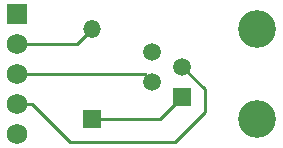
<source format=gtl>
G04 (created by PCBNEW (22-Jun-2014 BZR 4027)-stable) date Wed 04 Apr 2018 07:15:16 PM CDT*
%MOIN*%
G04 Gerber Fmt 3.4, Leading zero omitted, Abs format*
%FSLAX34Y34*%
G01*
G70*
G90*
G04 APERTURE LIST*
%ADD10C,0.00590551*%
%ADD11R,0.069X0.069*%
%ADD12C,0.069*%
%ADD13C,0.059*%
%ADD14R,0.059X0.059*%
%ADD15C,0.125984*%
%ADD16O,0.059X0.059*%
%ADD17C,0.01*%
G04 APERTURE END LIST*
G54D10*
G54D11*
X68500Y-41750D03*
G54D12*
X68500Y-42750D03*
X68500Y-43750D03*
X68500Y-44750D03*
X68500Y-45750D03*
G54D13*
X73000Y-44000D03*
X73000Y-43000D03*
G54D14*
X74000Y-44500D03*
G54D13*
X74000Y-43500D03*
G54D15*
X76500Y-42251D03*
X76500Y-45251D03*
G54D14*
X71000Y-45250D03*
G54D16*
X71000Y-42250D03*
G54D17*
X68500Y-42750D02*
X70500Y-42750D01*
X70500Y-42750D02*
X71000Y-42250D01*
X71000Y-45250D02*
X73250Y-45250D01*
X73250Y-45250D02*
X74000Y-44500D01*
X68500Y-44750D02*
X69000Y-44750D01*
X74750Y-44250D02*
X74000Y-43500D01*
X74750Y-45000D02*
X74750Y-44250D01*
X73750Y-46000D02*
X74750Y-45000D01*
X70250Y-46000D02*
X73750Y-46000D01*
X69000Y-44750D02*
X70250Y-46000D01*
X68500Y-43750D02*
X72750Y-43750D01*
X72750Y-43750D02*
X73000Y-44000D01*
M02*

</source>
